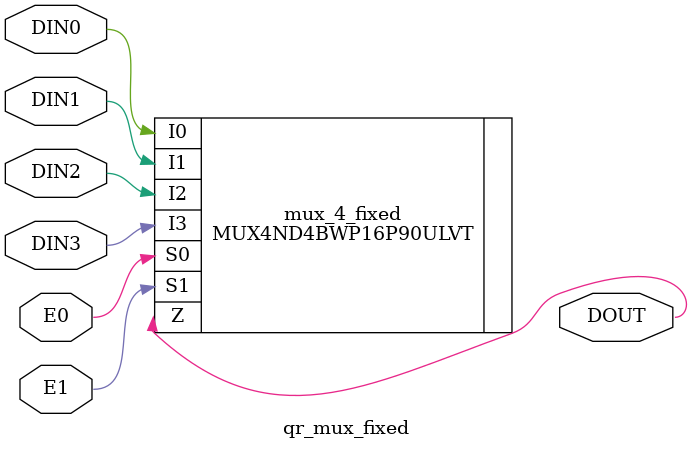
<source format=sv>
`default_nettype none

module qr_mux_fixed (
    input wire logic DIN0,
    input wire logic DIN1,
    input wire logic DIN2,
    input wire logic DIN3,
    input wire logic E0,
    input wire logic E1,
    output wire logic DOUT 
);

    MUX4ND4BWP16P90ULVT mux_4_fixed (
        .I0(DIN0), // Input
        .I1(DIN1),
        .I2(DIN2),
        .I3(DIN3),
        .Z(DOUT), // Output
        .S0(E0),  // Selection
        .S1(E1) 
    );

endmodule

`default_nettype wire

</source>
